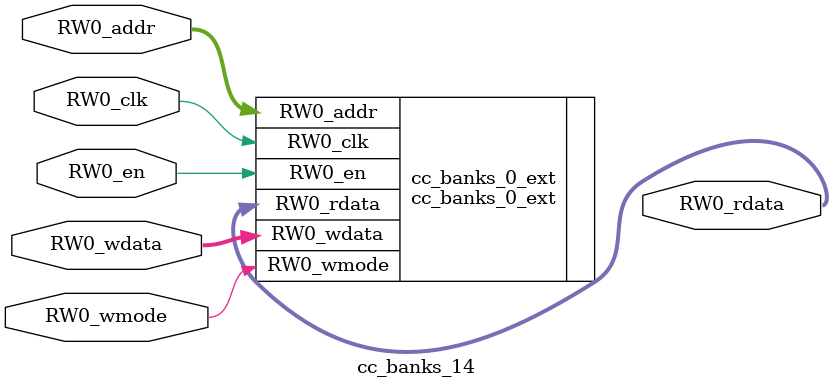
<source format=sv>
module cc_banks_14(	// @[generators/rocket-chip/src/main/scala/util/DescribedSRAM.scala:17:26]
  input  [11:0] RW0_addr,
  input         RW0_en,
  input         RW0_clk,
  input         RW0_wmode,
  input  [63:0] RW0_wdata,
  output [63:0] RW0_rdata
);

  cc_banks_0_ext cc_banks_0_ext (	// @[generators/rocket-chip/src/main/scala/util/DescribedSRAM.scala:17:26]
    .RW0_addr  (RW0_addr),
    .RW0_en    (RW0_en),
    .RW0_clk   (RW0_clk),
    .RW0_wmode (RW0_wmode),
    .RW0_wdata (RW0_wdata),
    .RW0_rdata (RW0_rdata)
  );	// @[generators/rocket-chip/src/main/scala/util/DescribedSRAM.scala:17:26]
endmodule


</source>
